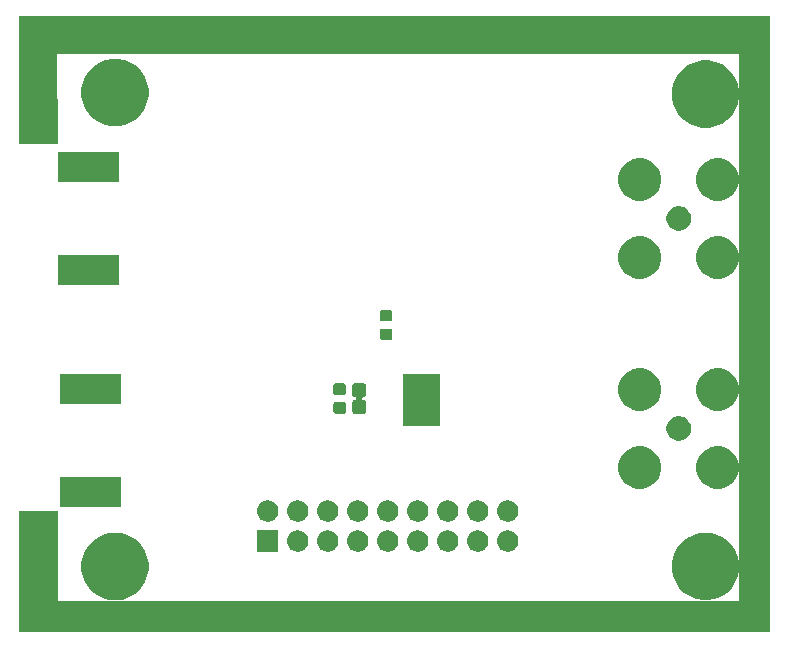
<source format=gbr>
G04 #@! TF.GenerationSoftware,KiCad,Pcbnew,(6.0.0-rc1-dev-1233-g630baa372)*
G04 #@! TF.CreationDate,2018-11-22T01:35:06+01:00*
G04 #@! TF.ProjectId,sdi-devboard,7364692d-6465-4766-926f-6172642e6b69,rev?*
G04 #@! TF.SameCoordinates,Original*
G04 #@! TF.FileFunction,Soldermask,Bot*
G04 #@! TF.FilePolarity,Negative*
%FSLAX46Y46*%
G04 Gerber Fmt 4.6, Leading zero omitted, Abs format (unit mm)*
G04 Created by KiCad (PCBNEW (6.0.0-rc1-dev-1233-g630baa372)) date Thu 22 Nov 2018 01:35:06 AM CET*
%MOMM*%
%LPD*%
G01*
G04 APERTURE LIST*
%ADD10C,0.100000*%
G04 APERTURE END LIST*
D10*
G36*
X155702000Y-91440000D02*
X158750000Y-91440000D01*
X158750000Y-95758000D01*
X155702000Y-95758000D01*
X155702000Y-91440000D01*
G37*
X155702000Y-91440000D02*
X158750000Y-91440000D01*
X158750000Y-95758000D01*
X155702000Y-95758000D01*
X155702000Y-91440000D01*
G36*
X123253500Y-71882000D02*
X126428500Y-71882000D01*
X126365000Y-64262000D01*
X184150000Y-64262000D01*
X184213500Y-110617000D01*
X126428500Y-110617000D01*
X126428500Y-102997000D01*
X123253500Y-102997000D01*
X123253500Y-113157000D01*
X186753500Y-113157000D01*
X186753500Y-61087000D01*
X123253500Y-61087000D01*
X123253500Y-71882000D01*
G37*
X123253500Y-71882000D02*
X126428500Y-71882000D01*
X126365000Y-64262000D01*
X184150000Y-64262000D01*
X184213500Y-110617000D01*
X126428500Y-110617000D01*
X126428500Y-102997000D01*
X123253500Y-102997000D01*
X123253500Y-113157000D01*
X186753500Y-113157000D01*
X186753500Y-61087000D01*
X123253500Y-61087000D01*
X123253500Y-71882000D01*
G36*
X131897286Y-104896814D02*
X132187606Y-104954562D01*
X132706455Y-105169476D01*
X132737970Y-105190534D01*
X133173410Y-105481486D01*
X133570514Y-105878590D01*
X133570516Y-105878593D01*
X133882524Y-106345545D01*
X133915420Y-106424963D01*
X134097438Y-106864395D01*
X134206006Y-107410201D01*
X134207000Y-107415201D01*
X134207000Y-107976799D01*
X134097438Y-108527606D01*
X133882524Y-109046455D01*
X133573857Y-109508407D01*
X133570514Y-109513410D01*
X133173410Y-109910514D01*
X133173407Y-109910516D01*
X132706455Y-110222524D01*
X132187606Y-110437438D01*
X131912202Y-110492219D01*
X131636800Y-110547000D01*
X131075200Y-110547000D01*
X130799798Y-110492219D01*
X130524394Y-110437438D01*
X130005545Y-110222524D01*
X129538593Y-109910516D01*
X129538590Y-109910514D01*
X129141486Y-109513410D01*
X129138143Y-109508407D01*
X128829476Y-109046455D01*
X128614562Y-108527606D01*
X128505000Y-107976799D01*
X128505000Y-107415201D01*
X128505995Y-107410201D01*
X128614562Y-106864395D01*
X128796580Y-106424963D01*
X128829476Y-106345545D01*
X129141484Y-105878593D01*
X129141486Y-105878590D01*
X129538590Y-105481486D01*
X129974030Y-105190534D01*
X130005545Y-105169476D01*
X130524394Y-104954562D01*
X130814714Y-104896814D01*
X131075200Y-104845000D01*
X131636800Y-104845000D01*
X131897286Y-104896814D01*
X131897286Y-104896814D01*
G37*
G36*
X181912202Y-104894781D02*
X182187606Y-104949562D01*
X182706455Y-105164476D01*
X182745453Y-105190534D01*
X183173410Y-105476486D01*
X183570514Y-105873590D01*
X183570516Y-105873593D01*
X183882524Y-106340545D01*
X184097438Y-106859394D01*
X184098433Y-106864395D01*
X184207000Y-107410200D01*
X184207000Y-107971800D01*
X184206005Y-107976800D01*
X184097438Y-108522606D01*
X183882524Y-109041455D01*
X183572620Y-109505259D01*
X183570514Y-109508410D01*
X183173410Y-109905514D01*
X183173407Y-109905516D01*
X182706455Y-110217524D01*
X182187606Y-110432438D01*
X181912202Y-110487219D01*
X181636800Y-110542000D01*
X181075200Y-110542000D01*
X180799798Y-110487219D01*
X180524394Y-110432438D01*
X180005545Y-110217524D01*
X179538593Y-109905516D01*
X179538590Y-109905514D01*
X179141486Y-109508410D01*
X179139380Y-109505259D01*
X178829476Y-109041455D01*
X178614562Y-108522606D01*
X178505995Y-107976800D01*
X178505000Y-107971800D01*
X178505000Y-107410200D01*
X178613567Y-106864395D01*
X178614562Y-106859394D01*
X178829476Y-106340545D01*
X179141484Y-105873593D01*
X179141486Y-105873590D01*
X179538590Y-105476486D01*
X179966547Y-105190534D01*
X180005545Y-105164476D01*
X180524394Y-104949562D01*
X180799798Y-104894781D01*
X181075200Y-104840000D01*
X181636800Y-104840000D01*
X181912202Y-104894781D01*
X181912202Y-104894781D01*
G37*
G36*
X159622442Y-104642518D02*
X159688627Y-104649037D01*
X159801853Y-104683384D01*
X159858467Y-104700557D01*
X159997087Y-104774652D01*
X160014991Y-104784222D01*
X160050729Y-104813552D01*
X160152186Y-104896814D01*
X160235448Y-104998271D01*
X160264778Y-105034009D01*
X160264779Y-105034011D01*
X160348443Y-105190533D01*
X160348443Y-105190534D01*
X160399963Y-105360373D01*
X160417359Y-105537000D01*
X160399963Y-105713627D01*
X160365616Y-105826853D01*
X160348443Y-105883467D01*
X160274348Y-106022087D01*
X160264778Y-106039991D01*
X160235448Y-106075729D01*
X160152186Y-106177186D01*
X160050729Y-106260448D01*
X160014991Y-106289778D01*
X160014989Y-106289779D01*
X159858467Y-106373443D01*
X159801853Y-106390616D01*
X159688627Y-106424963D01*
X159622443Y-106431481D01*
X159556260Y-106438000D01*
X159467740Y-106438000D01*
X159401557Y-106431481D01*
X159335373Y-106424963D01*
X159222147Y-106390616D01*
X159165533Y-106373443D01*
X159009011Y-106289779D01*
X159009009Y-106289778D01*
X158973271Y-106260448D01*
X158871814Y-106177186D01*
X158788552Y-106075729D01*
X158759222Y-106039991D01*
X158749652Y-106022087D01*
X158675557Y-105883467D01*
X158658384Y-105826853D01*
X158624037Y-105713627D01*
X158606641Y-105537000D01*
X158624037Y-105360373D01*
X158675557Y-105190534D01*
X158675557Y-105190533D01*
X158759221Y-105034011D01*
X158759222Y-105034009D01*
X158788552Y-104998271D01*
X158871814Y-104896814D01*
X158973271Y-104813552D01*
X159009009Y-104784222D01*
X159026913Y-104774652D01*
X159165533Y-104700557D01*
X159222147Y-104683384D01*
X159335373Y-104649037D01*
X159401557Y-104642519D01*
X159467740Y-104636000D01*
X159556260Y-104636000D01*
X159622442Y-104642518D01*
X159622442Y-104642518D01*
G37*
G36*
X162162442Y-104642518D02*
X162228627Y-104649037D01*
X162341853Y-104683384D01*
X162398467Y-104700557D01*
X162537087Y-104774652D01*
X162554991Y-104784222D01*
X162590729Y-104813552D01*
X162692186Y-104896814D01*
X162775448Y-104998271D01*
X162804778Y-105034009D01*
X162804779Y-105034011D01*
X162888443Y-105190533D01*
X162888443Y-105190534D01*
X162939963Y-105360373D01*
X162957359Y-105537000D01*
X162939963Y-105713627D01*
X162905616Y-105826853D01*
X162888443Y-105883467D01*
X162814348Y-106022087D01*
X162804778Y-106039991D01*
X162775448Y-106075729D01*
X162692186Y-106177186D01*
X162590729Y-106260448D01*
X162554991Y-106289778D01*
X162554989Y-106289779D01*
X162398467Y-106373443D01*
X162341853Y-106390616D01*
X162228627Y-106424963D01*
X162162443Y-106431481D01*
X162096260Y-106438000D01*
X162007740Y-106438000D01*
X161941557Y-106431481D01*
X161875373Y-106424963D01*
X161762147Y-106390616D01*
X161705533Y-106373443D01*
X161549011Y-106289779D01*
X161549009Y-106289778D01*
X161513271Y-106260448D01*
X161411814Y-106177186D01*
X161328552Y-106075729D01*
X161299222Y-106039991D01*
X161289652Y-106022087D01*
X161215557Y-105883467D01*
X161198384Y-105826853D01*
X161164037Y-105713627D01*
X161146641Y-105537000D01*
X161164037Y-105360373D01*
X161215557Y-105190534D01*
X161215557Y-105190533D01*
X161299221Y-105034011D01*
X161299222Y-105034009D01*
X161328552Y-104998271D01*
X161411814Y-104896814D01*
X161513271Y-104813552D01*
X161549009Y-104784222D01*
X161566913Y-104774652D01*
X161705533Y-104700557D01*
X161762147Y-104683384D01*
X161875373Y-104649037D01*
X161941557Y-104642519D01*
X162007740Y-104636000D01*
X162096260Y-104636000D01*
X162162442Y-104642518D01*
X162162442Y-104642518D01*
G37*
G36*
X164702442Y-104642518D02*
X164768627Y-104649037D01*
X164881853Y-104683384D01*
X164938467Y-104700557D01*
X165077087Y-104774652D01*
X165094991Y-104784222D01*
X165130729Y-104813552D01*
X165232186Y-104896814D01*
X165315448Y-104998271D01*
X165344778Y-105034009D01*
X165344779Y-105034011D01*
X165428443Y-105190533D01*
X165428443Y-105190534D01*
X165479963Y-105360373D01*
X165497359Y-105537000D01*
X165479963Y-105713627D01*
X165445616Y-105826853D01*
X165428443Y-105883467D01*
X165354348Y-106022087D01*
X165344778Y-106039991D01*
X165315448Y-106075729D01*
X165232186Y-106177186D01*
X165130729Y-106260448D01*
X165094991Y-106289778D01*
X165094989Y-106289779D01*
X164938467Y-106373443D01*
X164881853Y-106390616D01*
X164768627Y-106424963D01*
X164702443Y-106431481D01*
X164636260Y-106438000D01*
X164547740Y-106438000D01*
X164481557Y-106431481D01*
X164415373Y-106424963D01*
X164302147Y-106390616D01*
X164245533Y-106373443D01*
X164089011Y-106289779D01*
X164089009Y-106289778D01*
X164053271Y-106260448D01*
X163951814Y-106177186D01*
X163868552Y-106075729D01*
X163839222Y-106039991D01*
X163829652Y-106022087D01*
X163755557Y-105883467D01*
X163738384Y-105826853D01*
X163704037Y-105713627D01*
X163686641Y-105537000D01*
X163704037Y-105360373D01*
X163755557Y-105190534D01*
X163755557Y-105190533D01*
X163839221Y-105034011D01*
X163839222Y-105034009D01*
X163868552Y-104998271D01*
X163951814Y-104896814D01*
X164053271Y-104813552D01*
X164089009Y-104784222D01*
X164106913Y-104774652D01*
X164245533Y-104700557D01*
X164302147Y-104683384D01*
X164415373Y-104649037D01*
X164481557Y-104642519D01*
X164547740Y-104636000D01*
X164636260Y-104636000D01*
X164702442Y-104642518D01*
X164702442Y-104642518D01*
G37*
G36*
X154542442Y-104642518D02*
X154608627Y-104649037D01*
X154721853Y-104683384D01*
X154778467Y-104700557D01*
X154917087Y-104774652D01*
X154934991Y-104784222D01*
X154970729Y-104813552D01*
X155072186Y-104896814D01*
X155155448Y-104998271D01*
X155184778Y-105034009D01*
X155184779Y-105034011D01*
X155268443Y-105190533D01*
X155268443Y-105190534D01*
X155319963Y-105360373D01*
X155337359Y-105537000D01*
X155319963Y-105713627D01*
X155285616Y-105826853D01*
X155268443Y-105883467D01*
X155194348Y-106022087D01*
X155184778Y-106039991D01*
X155155448Y-106075729D01*
X155072186Y-106177186D01*
X154970729Y-106260448D01*
X154934991Y-106289778D01*
X154934989Y-106289779D01*
X154778467Y-106373443D01*
X154721853Y-106390616D01*
X154608627Y-106424963D01*
X154542443Y-106431481D01*
X154476260Y-106438000D01*
X154387740Y-106438000D01*
X154321557Y-106431481D01*
X154255373Y-106424963D01*
X154142147Y-106390616D01*
X154085533Y-106373443D01*
X153929011Y-106289779D01*
X153929009Y-106289778D01*
X153893271Y-106260448D01*
X153791814Y-106177186D01*
X153708552Y-106075729D01*
X153679222Y-106039991D01*
X153669652Y-106022087D01*
X153595557Y-105883467D01*
X153578384Y-105826853D01*
X153544037Y-105713627D01*
X153526641Y-105537000D01*
X153544037Y-105360373D01*
X153595557Y-105190534D01*
X153595557Y-105190533D01*
X153679221Y-105034011D01*
X153679222Y-105034009D01*
X153708552Y-104998271D01*
X153791814Y-104896814D01*
X153893271Y-104813552D01*
X153929009Y-104784222D01*
X153946913Y-104774652D01*
X154085533Y-104700557D01*
X154142147Y-104683384D01*
X154255373Y-104649037D01*
X154321557Y-104642519D01*
X154387740Y-104636000D01*
X154476260Y-104636000D01*
X154542442Y-104642518D01*
X154542442Y-104642518D01*
G37*
G36*
X152002442Y-104642518D02*
X152068627Y-104649037D01*
X152181853Y-104683384D01*
X152238467Y-104700557D01*
X152377087Y-104774652D01*
X152394991Y-104784222D01*
X152430729Y-104813552D01*
X152532186Y-104896814D01*
X152615448Y-104998271D01*
X152644778Y-105034009D01*
X152644779Y-105034011D01*
X152728443Y-105190533D01*
X152728443Y-105190534D01*
X152779963Y-105360373D01*
X152797359Y-105537000D01*
X152779963Y-105713627D01*
X152745616Y-105826853D01*
X152728443Y-105883467D01*
X152654348Y-106022087D01*
X152644778Y-106039991D01*
X152615448Y-106075729D01*
X152532186Y-106177186D01*
X152430729Y-106260448D01*
X152394991Y-106289778D01*
X152394989Y-106289779D01*
X152238467Y-106373443D01*
X152181853Y-106390616D01*
X152068627Y-106424963D01*
X152002443Y-106431481D01*
X151936260Y-106438000D01*
X151847740Y-106438000D01*
X151781557Y-106431481D01*
X151715373Y-106424963D01*
X151602147Y-106390616D01*
X151545533Y-106373443D01*
X151389011Y-106289779D01*
X151389009Y-106289778D01*
X151353271Y-106260448D01*
X151251814Y-106177186D01*
X151168552Y-106075729D01*
X151139222Y-106039991D01*
X151129652Y-106022087D01*
X151055557Y-105883467D01*
X151038384Y-105826853D01*
X151004037Y-105713627D01*
X150986641Y-105537000D01*
X151004037Y-105360373D01*
X151055557Y-105190534D01*
X151055557Y-105190533D01*
X151139221Y-105034011D01*
X151139222Y-105034009D01*
X151168552Y-104998271D01*
X151251814Y-104896814D01*
X151353271Y-104813552D01*
X151389009Y-104784222D01*
X151406913Y-104774652D01*
X151545533Y-104700557D01*
X151602147Y-104683384D01*
X151715373Y-104649037D01*
X151781557Y-104642519D01*
X151847740Y-104636000D01*
X151936260Y-104636000D01*
X152002442Y-104642518D01*
X152002442Y-104642518D01*
G37*
G36*
X149462442Y-104642518D02*
X149528627Y-104649037D01*
X149641853Y-104683384D01*
X149698467Y-104700557D01*
X149837087Y-104774652D01*
X149854991Y-104784222D01*
X149890729Y-104813552D01*
X149992186Y-104896814D01*
X150075448Y-104998271D01*
X150104778Y-105034009D01*
X150104779Y-105034011D01*
X150188443Y-105190533D01*
X150188443Y-105190534D01*
X150239963Y-105360373D01*
X150257359Y-105537000D01*
X150239963Y-105713627D01*
X150205616Y-105826853D01*
X150188443Y-105883467D01*
X150114348Y-106022087D01*
X150104778Y-106039991D01*
X150075448Y-106075729D01*
X149992186Y-106177186D01*
X149890729Y-106260448D01*
X149854991Y-106289778D01*
X149854989Y-106289779D01*
X149698467Y-106373443D01*
X149641853Y-106390616D01*
X149528627Y-106424963D01*
X149462443Y-106431481D01*
X149396260Y-106438000D01*
X149307740Y-106438000D01*
X149241557Y-106431481D01*
X149175373Y-106424963D01*
X149062147Y-106390616D01*
X149005533Y-106373443D01*
X148849011Y-106289779D01*
X148849009Y-106289778D01*
X148813271Y-106260448D01*
X148711814Y-106177186D01*
X148628552Y-106075729D01*
X148599222Y-106039991D01*
X148589652Y-106022087D01*
X148515557Y-105883467D01*
X148498384Y-105826853D01*
X148464037Y-105713627D01*
X148446641Y-105537000D01*
X148464037Y-105360373D01*
X148515557Y-105190534D01*
X148515557Y-105190533D01*
X148599221Y-105034011D01*
X148599222Y-105034009D01*
X148628552Y-104998271D01*
X148711814Y-104896814D01*
X148813271Y-104813552D01*
X148849009Y-104784222D01*
X148866913Y-104774652D01*
X149005533Y-104700557D01*
X149062147Y-104683384D01*
X149175373Y-104649037D01*
X149241557Y-104642519D01*
X149307740Y-104636000D01*
X149396260Y-104636000D01*
X149462442Y-104642518D01*
X149462442Y-104642518D01*
G37*
G36*
X146922442Y-104642518D02*
X146988627Y-104649037D01*
X147101853Y-104683384D01*
X147158467Y-104700557D01*
X147297087Y-104774652D01*
X147314991Y-104784222D01*
X147350729Y-104813552D01*
X147452186Y-104896814D01*
X147535448Y-104998271D01*
X147564778Y-105034009D01*
X147564779Y-105034011D01*
X147648443Y-105190533D01*
X147648443Y-105190534D01*
X147699963Y-105360373D01*
X147717359Y-105537000D01*
X147699963Y-105713627D01*
X147665616Y-105826853D01*
X147648443Y-105883467D01*
X147574348Y-106022087D01*
X147564778Y-106039991D01*
X147535448Y-106075729D01*
X147452186Y-106177186D01*
X147350729Y-106260448D01*
X147314991Y-106289778D01*
X147314989Y-106289779D01*
X147158467Y-106373443D01*
X147101853Y-106390616D01*
X146988627Y-106424963D01*
X146922443Y-106431481D01*
X146856260Y-106438000D01*
X146767740Y-106438000D01*
X146701557Y-106431481D01*
X146635373Y-106424963D01*
X146522147Y-106390616D01*
X146465533Y-106373443D01*
X146309011Y-106289779D01*
X146309009Y-106289778D01*
X146273271Y-106260448D01*
X146171814Y-106177186D01*
X146088552Y-106075729D01*
X146059222Y-106039991D01*
X146049652Y-106022087D01*
X145975557Y-105883467D01*
X145958384Y-105826853D01*
X145924037Y-105713627D01*
X145906641Y-105537000D01*
X145924037Y-105360373D01*
X145975557Y-105190534D01*
X145975557Y-105190533D01*
X146059221Y-105034011D01*
X146059222Y-105034009D01*
X146088552Y-104998271D01*
X146171814Y-104896814D01*
X146273271Y-104813552D01*
X146309009Y-104784222D01*
X146326913Y-104774652D01*
X146465533Y-104700557D01*
X146522147Y-104683384D01*
X146635373Y-104649037D01*
X146701557Y-104642519D01*
X146767740Y-104636000D01*
X146856260Y-104636000D01*
X146922442Y-104642518D01*
X146922442Y-104642518D01*
G37*
G36*
X145173000Y-106438000D02*
X143371000Y-106438000D01*
X143371000Y-104636000D01*
X145173000Y-104636000D01*
X145173000Y-106438000D01*
X145173000Y-106438000D01*
G37*
G36*
X157082442Y-104642518D02*
X157148627Y-104649037D01*
X157261853Y-104683384D01*
X157318467Y-104700557D01*
X157457087Y-104774652D01*
X157474991Y-104784222D01*
X157510729Y-104813552D01*
X157612186Y-104896814D01*
X157695448Y-104998271D01*
X157724778Y-105034009D01*
X157724779Y-105034011D01*
X157808443Y-105190533D01*
X157808443Y-105190534D01*
X157859963Y-105360373D01*
X157877359Y-105537000D01*
X157859963Y-105713627D01*
X157825616Y-105826853D01*
X157808443Y-105883467D01*
X157734348Y-106022087D01*
X157724778Y-106039991D01*
X157695448Y-106075729D01*
X157612186Y-106177186D01*
X157510729Y-106260448D01*
X157474991Y-106289778D01*
X157474989Y-106289779D01*
X157318467Y-106373443D01*
X157261853Y-106390616D01*
X157148627Y-106424963D01*
X157082443Y-106431481D01*
X157016260Y-106438000D01*
X156927740Y-106438000D01*
X156861557Y-106431481D01*
X156795373Y-106424963D01*
X156682147Y-106390616D01*
X156625533Y-106373443D01*
X156469011Y-106289779D01*
X156469009Y-106289778D01*
X156433271Y-106260448D01*
X156331814Y-106177186D01*
X156248552Y-106075729D01*
X156219222Y-106039991D01*
X156209652Y-106022087D01*
X156135557Y-105883467D01*
X156118384Y-105826853D01*
X156084037Y-105713627D01*
X156066641Y-105537000D01*
X156084037Y-105360373D01*
X156135557Y-105190534D01*
X156135557Y-105190533D01*
X156219221Y-105034011D01*
X156219222Y-105034009D01*
X156248552Y-104998271D01*
X156331814Y-104896814D01*
X156433271Y-104813552D01*
X156469009Y-104784222D01*
X156486913Y-104774652D01*
X156625533Y-104700557D01*
X156682147Y-104683384D01*
X156795373Y-104649037D01*
X156861557Y-104642519D01*
X156927740Y-104636000D01*
X157016260Y-104636000D01*
X157082442Y-104642518D01*
X157082442Y-104642518D01*
G37*
G36*
X159622443Y-102102519D02*
X159688627Y-102109037D01*
X159801853Y-102143384D01*
X159858467Y-102160557D01*
X159997087Y-102234652D01*
X160014991Y-102244222D01*
X160050729Y-102273552D01*
X160152186Y-102356814D01*
X160235448Y-102458271D01*
X160264778Y-102494009D01*
X160264779Y-102494011D01*
X160348443Y-102650533D01*
X160348443Y-102650534D01*
X160399963Y-102820373D01*
X160417359Y-102997000D01*
X160399963Y-103173627D01*
X160365616Y-103286853D01*
X160348443Y-103343467D01*
X160274348Y-103482087D01*
X160264778Y-103499991D01*
X160235448Y-103535729D01*
X160152186Y-103637186D01*
X160050729Y-103720448D01*
X160014991Y-103749778D01*
X160014989Y-103749779D01*
X159858467Y-103833443D01*
X159801853Y-103850616D01*
X159688627Y-103884963D01*
X159622442Y-103891482D01*
X159556260Y-103898000D01*
X159467740Y-103898000D01*
X159401557Y-103891481D01*
X159335373Y-103884963D01*
X159222147Y-103850616D01*
X159165533Y-103833443D01*
X159009011Y-103749779D01*
X159009009Y-103749778D01*
X158973271Y-103720448D01*
X158871814Y-103637186D01*
X158788552Y-103535729D01*
X158759222Y-103499991D01*
X158749652Y-103482087D01*
X158675557Y-103343467D01*
X158658384Y-103286853D01*
X158624037Y-103173627D01*
X158606641Y-102997000D01*
X158624037Y-102820373D01*
X158675557Y-102650534D01*
X158675557Y-102650533D01*
X158759221Y-102494011D01*
X158759222Y-102494009D01*
X158788552Y-102458271D01*
X158871814Y-102356814D01*
X158973271Y-102273552D01*
X159009009Y-102244222D01*
X159026913Y-102234652D01*
X159165533Y-102160557D01*
X159222147Y-102143384D01*
X159335373Y-102109037D01*
X159401558Y-102102518D01*
X159467740Y-102096000D01*
X159556260Y-102096000D01*
X159622443Y-102102519D01*
X159622443Y-102102519D01*
G37*
G36*
X157082443Y-102102519D02*
X157148627Y-102109037D01*
X157261853Y-102143384D01*
X157318467Y-102160557D01*
X157457087Y-102234652D01*
X157474991Y-102244222D01*
X157510729Y-102273552D01*
X157612186Y-102356814D01*
X157695448Y-102458271D01*
X157724778Y-102494009D01*
X157724779Y-102494011D01*
X157808443Y-102650533D01*
X157808443Y-102650534D01*
X157859963Y-102820373D01*
X157877359Y-102997000D01*
X157859963Y-103173627D01*
X157825616Y-103286853D01*
X157808443Y-103343467D01*
X157734348Y-103482087D01*
X157724778Y-103499991D01*
X157695448Y-103535729D01*
X157612186Y-103637186D01*
X157510729Y-103720448D01*
X157474991Y-103749778D01*
X157474989Y-103749779D01*
X157318467Y-103833443D01*
X157261853Y-103850616D01*
X157148627Y-103884963D01*
X157082442Y-103891482D01*
X157016260Y-103898000D01*
X156927740Y-103898000D01*
X156861557Y-103891481D01*
X156795373Y-103884963D01*
X156682147Y-103850616D01*
X156625533Y-103833443D01*
X156469011Y-103749779D01*
X156469009Y-103749778D01*
X156433271Y-103720448D01*
X156331814Y-103637186D01*
X156248552Y-103535729D01*
X156219222Y-103499991D01*
X156209652Y-103482087D01*
X156135557Y-103343467D01*
X156118384Y-103286853D01*
X156084037Y-103173627D01*
X156066641Y-102997000D01*
X156084037Y-102820373D01*
X156135557Y-102650534D01*
X156135557Y-102650533D01*
X156219221Y-102494011D01*
X156219222Y-102494009D01*
X156248552Y-102458271D01*
X156331814Y-102356814D01*
X156433271Y-102273552D01*
X156469009Y-102244222D01*
X156486913Y-102234652D01*
X156625533Y-102160557D01*
X156682147Y-102143384D01*
X156795373Y-102109037D01*
X156861558Y-102102518D01*
X156927740Y-102096000D01*
X157016260Y-102096000D01*
X157082443Y-102102519D01*
X157082443Y-102102519D01*
G37*
G36*
X154542443Y-102102519D02*
X154608627Y-102109037D01*
X154721853Y-102143384D01*
X154778467Y-102160557D01*
X154917087Y-102234652D01*
X154934991Y-102244222D01*
X154970729Y-102273552D01*
X155072186Y-102356814D01*
X155155448Y-102458271D01*
X155184778Y-102494009D01*
X155184779Y-102494011D01*
X155268443Y-102650533D01*
X155268443Y-102650534D01*
X155319963Y-102820373D01*
X155337359Y-102997000D01*
X155319963Y-103173627D01*
X155285616Y-103286853D01*
X155268443Y-103343467D01*
X155194348Y-103482087D01*
X155184778Y-103499991D01*
X155155448Y-103535729D01*
X155072186Y-103637186D01*
X154970729Y-103720448D01*
X154934991Y-103749778D01*
X154934989Y-103749779D01*
X154778467Y-103833443D01*
X154721853Y-103850616D01*
X154608627Y-103884963D01*
X154542442Y-103891482D01*
X154476260Y-103898000D01*
X154387740Y-103898000D01*
X154321557Y-103891481D01*
X154255373Y-103884963D01*
X154142147Y-103850616D01*
X154085533Y-103833443D01*
X153929011Y-103749779D01*
X153929009Y-103749778D01*
X153893271Y-103720448D01*
X153791814Y-103637186D01*
X153708552Y-103535729D01*
X153679222Y-103499991D01*
X153669652Y-103482087D01*
X153595557Y-103343467D01*
X153578384Y-103286853D01*
X153544037Y-103173627D01*
X153526641Y-102997000D01*
X153544037Y-102820373D01*
X153595557Y-102650534D01*
X153595557Y-102650533D01*
X153679221Y-102494011D01*
X153679222Y-102494009D01*
X153708552Y-102458271D01*
X153791814Y-102356814D01*
X153893271Y-102273552D01*
X153929009Y-102244222D01*
X153946913Y-102234652D01*
X154085533Y-102160557D01*
X154142147Y-102143384D01*
X154255373Y-102109037D01*
X154321558Y-102102518D01*
X154387740Y-102096000D01*
X154476260Y-102096000D01*
X154542443Y-102102519D01*
X154542443Y-102102519D01*
G37*
G36*
X149462443Y-102102519D02*
X149528627Y-102109037D01*
X149641853Y-102143384D01*
X149698467Y-102160557D01*
X149837087Y-102234652D01*
X149854991Y-102244222D01*
X149890729Y-102273552D01*
X149992186Y-102356814D01*
X150075448Y-102458271D01*
X150104778Y-102494009D01*
X150104779Y-102494011D01*
X150188443Y-102650533D01*
X150188443Y-102650534D01*
X150239963Y-102820373D01*
X150257359Y-102997000D01*
X150239963Y-103173627D01*
X150205616Y-103286853D01*
X150188443Y-103343467D01*
X150114348Y-103482087D01*
X150104778Y-103499991D01*
X150075448Y-103535729D01*
X149992186Y-103637186D01*
X149890729Y-103720448D01*
X149854991Y-103749778D01*
X149854989Y-103749779D01*
X149698467Y-103833443D01*
X149641853Y-103850616D01*
X149528627Y-103884963D01*
X149462442Y-103891482D01*
X149396260Y-103898000D01*
X149307740Y-103898000D01*
X149241557Y-103891481D01*
X149175373Y-103884963D01*
X149062147Y-103850616D01*
X149005533Y-103833443D01*
X148849011Y-103749779D01*
X148849009Y-103749778D01*
X148813271Y-103720448D01*
X148711814Y-103637186D01*
X148628552Y-103535729D01*
X148599222Y-103499991D01*
X148589652Y-103482087D01*
X148515557Y-103343467D01*
X148498384Y-103286853D01*
X148464037Y-103173627D01*
X148446641Y-102997000D01*
X148464037Y-102820373D01*
X148515557Y-102650534D01*
X148515557Y-102650533D01*
X148599221Y-102494011D01*
X148599222Y-102494009D01*
X148628552Y-102458271D01*
X148711814Y-102356814D01*
X148813271Y-102273552D01*
X148849009Y-102244222D01*
X148866913Y-102234652D01*
X149005533Y-102160557D01*
X149062147Y-102143384D01*
X149175373Y-102109037D01*
X149241558Y-102102518D01*
X149307740Y-102096000D01*
X149396260Y-102096000D01*
X149462443Y-102102519D01*
X149462443Y-102102519D01*
G37*
G36*
X164702443Y-102102519D02*
X164768627Y-102109037D01*
X164881853Y-102143384D01*
X164938467Y-102160557D01*
X165077087Y-102234652D01*
X165094991Y-102244222D01*
X165130729Y-102273552D01*
X165232186Y-102356814D01*
X165315448Y-102458271D01*
X165344778Y-102494009D01*
X165344779Y-102494011D01*
X165428443Y-102650533D01*
X165428443Y-102650534D01*
X165479963Y-102820373D01*
X165497359Y-102997000D01*
X165479963Y-103173627D01*
X165445616Y-103286853D01*
X165428443Y-103343467D01*
X165354348Y-103482087D01*
X165344778Y-103499991D01*
X165315448Y-103535729D01*
X165232186Y-103637186D01*
X165130729Y-103720448D01*
X165094991Y-103749778D01*
X165094989Y-103749779D01*
X164938467Y-103833443D01*
X164881853Y-103850616D01*
X164768627Y-103884963D01*
X164702442Y-103891482D01*
X164636260Y-103898000D01*
X164547740Y-103898000D01*
X164481557Y-103891481D01*
X164415373Y-103884963D01*
X164302147Y-103850616D01*
X164245533Y-103833443D01*
X164089011Y-103749779D01*
X164089009Y-103749778D01*
X164053271Y-103720448D01*
X163951814Y-103637186D01*
X163868552Y-103535729D01*
X163839222Y-103499991D01*
X163829652Y-103482087D01*
X163755557Y-103343467D01*
X163738384Y-103286853D01*
X163704037Y-103173627D01*
X163686641Y-102997000D01*
X163704037Y-102820373D01*
X163755557Y-102650534D01*
X163755557Y-102650533D01*
X163839221Y-102494011D01*
X163839222Y-102494009D01*
X163868552Y-102458271D01*
X163951814Y-102356814D01*
X164053271Y-102273552D01*
X164089009Y-102244222D01*
X164106913Y-102234652D01*
X164245533Y-102160557D01*
X164302147Y-102143384D01*
X164415373Y-102109037D01*
X164481558Y-102102518D01*
X164547740Y-102096000D01*
X164636260Y-102096000D01*
X164702443Y-102102519D01*
X164702443Y-102102519D01*
G37*
G36*
X146922443Y-102102519D02*
X146988627Y-102109037D01*
X147101853Y-102143384D01*
X147158467Y-102160557D01*
X147297087Y-102234652D01*
X147314991Y-102244222D01*
X147350729Y-102273552D01*
X147452186Y-102356814D01*
X147535448Y-102458271D01*
X147564778Y-102494009D01*
X147564779Y-102494011D01*
X147648443Y-102650533D01*
X147648443Y-102650534D01*
X147699963Y-102820373D01*
X147717359Y-102997000D01*
X147699963Y-103173627D01*
X147665616Y-103286853D01*
X147648443Y-103343467D01*
X147574348Y-103482087D01*
X147564778Y-103499991D01*
X147535448Y-103535729D01*
X147452186Y-103637186D01*
X147350729Y-103720448D01*
X147314991Y-103749778D01*
X147314989Y-103749779D01*
X147158467Y-103833443D01*
X147101853Y-103850616D01*
X146988627Y-103884963D01*
X146922442Y-103891482D01*
X146856260Y-103898000D01*
X146767740Y-103898000D01*
X146701557Y-103891481D01*
X146635373Y-103884963D01*
X146522147Y-103850616D01*
X146465533Y-103833443D01*
X146309011Y-103749779D01*
X146309009Y-103749778D01*
X146273271Y-103720448D01*
X146171814Y-103637186D01*
X146088552Y-103535729D01*
X146059222Y-103499991D01*
X146049652Y-103482087D01*
X145975557Y-103343467D01*
X145958384Y-103286853D01*
X145924037Y-103173627D01*
X145906641Y-102997000D01*
X145924037Y-102820373D01*
X145975557Y-102650534D01*
X145975557Y-102650533D01*
X146059221Y-102494011D01*
X146059222Y-102494009D01*
X146088552Y-102458271D01*
X146171814Y-102356814D01*
X146273271Y-102273552D01*
X146309009Y-102244222D01*
X146326913Y-102234652D01*
X146465533Y-102160557D01*
X146522147Y-102143384D01*
X146635373Y-102109037D01*
X146701558Y-102102518D01*
X146767740Y-102096000D01*
X146856260Y-102096000D01*
X146922443Y-102102519D01*
X146922443Y-102102519D01*
G37*
G36*
X162162443Y-102102519D02*
X162228627Y-102109037D01*
X162341853Y-102143384D01*
X162398467Y-102160557D01*
X162537087Y-102234652D01*
X162554991Y-102244222D01*
X162590729Y-102273552D01*
X162692186Y-102356814D01*
X162775448Y-102458271D01*
X162804778Y-102494009D01*
X162804779Y-102494011D01*
X162888443Y-102650533D01*
X162888443Y-102650534D01*
X162939963Y-102820373D01*
X162957359Y-102997000D01*
X162939963Y-103173627D01*
X162905616Y-103286853D01*
X162888443Y-103343467D01*
X162814348Y-103482087D01*
X162804778Y-103499991D01*
X162775448Y-103535729D01*
X162692186Y-103637186D01*
X162590729Y-103720448D01*
X162554991Y-103749778D01*
X162554989Y-103749779D01*
X162398467Y-103833443D01*
X162341853Y-103850616D01*
X162228627Y-103884963D01*
X162162442Y-103891482D01*
X162096260Y-103898000D01*
X162007740Y-103898000D01*
X161941557Y-103891481D01*
X161875373Y-103884963D01*
X161762147Y-103850616D01*
X161705533Y-103833443D01*
X161549011Y-103749779D01*
X161549009Y-103749778D01*
X161513271Y-103720448D01*
X161411814Y-103637186D01*
X161328552Y-103535729D01*
X161299222Y-103499991D01*
X161289652Y-103482087D01*
X161215557Y-103343467D01*
X161198384Y-103286853D01*
X161164037Y-103173627D01*
X161146641Y-102997000D01*
X161164037Y-102820373D01*
X161215557Y-102650534D01*
X161215557Y-102650533D01*
X161299221Y-102494011D01*
X161299222Y-102494009D01*
X161328552Y-102458271D01*
X161411814Y-102356814D01*
X161513271Y-102273552D01*
X161549009Y-102244222D01*
X161566913Y-102234652D01*
X161705533Y-102160557D01*
X161762147Y-102143384D01*
X161875373Y-102109037D01*
X161941558Y-102102518D01*
X162007740Y-102096000D01*
X162096260Y-102096000D01*
X162162443Y-102102519D01*
X162162443Y-102102519D01*
G37*
G36*
X152002443Y-102102519D02*
X152068627Y-102109037D01*
X152181853Y-102143384D01*
X152238467Y-102160557D01*
X152377087Y-102234652D01*
X152394991Y-102244222D01*
X152430729Y-102273552D01*
X152532186Y-102356814D01*
X152615448Y-102458271D01*
X152644778Y-102494009D01*
X152644779Y-102494011D01*
X152728443Y-102650533D01*
X152728443Y-102650534D01*
X152779963Y-102820373D01*
X152797359Y-102997000D01*
X152779963Y-103173627D01*
X152745616Y-103286853D01*
X152728443Y-103343467D01*
X152654348Y-103482087D01*
X152644778Y-103499991D01*
X152615448Y-103535729D01*
X152532186Y-103637186D01*
X152430729Y-103720448D01*
X152394991Y-103749778D01*
X152394989Y-103749779D01*
X152238467Y-103833443D01*
X152181853Y-103850616D01*
X152068627Y-103884963D01*
X152002442Y-103891482D01*
X151936260Y-103898000D01*
X151847740Y-103898000D01*
X151781557Y-103891481D01*
X151715373Y-103884963D01*
X151602147Y-103850616D01*
X151545533Y-103833443D01*
X151389011Y-103749779D01*
X151389009Y-103749778D01*
X151353271Y-103720448D01*
X151251814Y-103637186D01*
X151168552Y-103535729D01*
X151139222Y-103499991D01*
X151129652Y-103482087D01*
X151055557Y-103343467D01*
X151038384Y-103286853D01*
X151004037Y-103173627D01*
X150986641Y-102997000D01*
X151004037Y-102820373D01*
X151055557Y-102650534D01*
X151055557Y-102650533D01*
X151139221Y-102494011D01*
X151139222Y-102494009D01*
X151168552Y-102458271D01*
X151251814Y-102356814D01*
X151353271Y-102273552D01*
X151389009Y-102244222D01*
X151406913Y-102234652D01*
X151545533Y-102160557D01*
X151602147Y-102143384D01*
X151715373Y-102109037D01*
X151781558Y-102102518D01*
X151847740Y-102096000D01*
X151936260Y-102096000D01*
X152002443Y-102102519D01*
X152002443Y-102102519D01*
G37*
G36*
X144382443Y-102102519D02*
X144448627Y-102109037D01*
X144561853Y-102143384D01*
X144618467Y-102160557D01*
X144757087Y-102234652D01*
X144774991Y-102244222D01*
X144810729Y-102273552D01*
X144912186Y-102356814D01*
X144995448Y-102458271D01*
X145024778Y-102494009D01*
X145024779Y-102494011D01*
X145108443Y-102650533D01*
X145108443Y-102650534D01*
X145159963Y-102820373D01*
X145177359Y-102997000D01*
X145159963Y-103173627D01*
X145125616Y-103286853D01*
X145108443Y-103343467D01*
X145034348Y-103482087D01*
X145024778Y-103499991D01*
X144995448Y-103535729D01*
X144912186Y-103637186D01*
X144810729Y-103720448D01*
X144774991Y-103749778D01*
X144774989Y-103749779D01*
X144618467Y-103833443D01*
X144561853Y-103850616D01*
X144448627Y-103884963D01*
X144382442Y-103891482D01*
X144316260Y-103898000D01*
X144227740Y-103898000D01*
X144161557Y-103891481D01*
X144095373Y-103884963D01*
X143982147Y-103850616D01*
X143925533Y-103833443D01*
X143769011Y-103749779D01*
X143769009Y-103749778D01*
X143733271Y-103720448D01*
X143631814Y-103637186D01*
X143548552Y-103535729D01*
X143519222Y-103499991D01*
X143509652Y-103482087D01*
X143435557Y-103343467D01*
X143418384Y-103286853D01*
X143384037Y-103173627D01*
X143366641Y-102997000D01*
X143384037Y-102820373D01*
X143435557Y-102650534D01*
X143435557Y-102650533D01*
X143519221Y-102494011D01*
X143519222Y-102494009D01*
X143548552Y-102458271D01*
X143631814Y-102356814D01*
X143733271Y-102273552D01*
X143769009Y-102244222D01*
X143786913Y-102234652D01*
X143925533Y-102160557D01*
X143982147Y-102143384D01*
X144095373Y-102109037D01*
X144161558Y-102102518D01*
X144227740Y-102096000D01*
X144316260Y-102096000D01*
X144382443Y-102102519D01*
X144382443Y-102102519D01*
G37*
G36*
X131877000Y-102669000D02*
X126695000Y-102669000D01*
X126695000Y-100147000D01*
X131877000Y-100147000D01*
X131877000Y-102669000D01*
X131877000Y-102669000D01*
G37*
G36*
X176295331Y-97580211D02*
X176623092Y-97715974D01*
X176918073Y-97913074D01*
X177168926Y-98163927D01*
X177366026Y-98458908D01*
X177501789Y-98786669D01*
X177571000Y-99134616D01*
X177571000Y-99489384D01*
X177501789Y-99837331D01*
X177366026Y-100165092D01*
X177168926Y-100460073D01*
X176918073Y-100710926D01*
X176623092Y-100908026D01*
X176295331Y-101043789D01*
X175947384Y-101113000D01*
X175592616Y-101113000D01*
X175244669Y-101043789D01*
X174916908Y-100908026D01*
X174621927Y-100710926D01*
X174371074Y-100460073D01*
X174173974Y-100165092D01*
X174038211Y-99837331D01*
X173969000Y-99489384D01*
X173969000Y-99134616D01*
X174038211Y-98786669D01*
X174173974Y-98458908D01*
X174371074Y-98163927D01*
X174621927Y-97913074D01*
X174916908Y-97715974D01*
X175244669Y-97580211D01*
X175592616Y-97511000D01*
X175947384Y-97511000D01*
X176295331Y-97580211D01*
X176295331Y-97580211D01*
G37*
G36*
X182895331Y-97580211D02*
X183223092Y-97715974D01*
X183518073Y-97913074D01*
X183768926Y-98163927D01*
X183966026Y-98458908D01*
X184101789Y-98786669D01*
X184171000Y-99134616D01*
X184171000Y-99489384D01*
X184101789Y-99837331D01*
X183966026Y-100165092D01*
X183768926Y-100460073D01*
X183518073Y-100710926D01*
X183223092Y-100908026D01*
X182895331Y-101043789D01*
X182547384Y-101113000D01*
X182192616Y-101113000D01*
X181844669Y-101043789D01*
X181516908Y-100908026D01*
X181221927Y-100710926D01*
X180971074Y-100460073D01*
X180773974Y-100165092D01*
X180638211Y-99837331D01*
X180569000Y-99489384D01*
X180569000Y-99134616D01*
X180638211Y-98786669D01*
X180773974Y-98458908D01*
X180971074Y-98163927D01*
X181221927Y-97913074D01*
X181516908Y-97715974D01*
X181844669Y-97580211D01*
X182192616Y-97511000D01*
X182547384Y-97511000D01*
X182895331Y-97580211D01*
X182895331Y-97580211D01*
G37*
G36*
X179376565Y-95001389D02*
X179567834Y-95080615D01*
X179739976Y-95195637D01*
X179886363Y-95342024D01*
X180001385Y-95514166D01*
X180080611Y-95705435D01*
X180121000Y-95908484D01*
X180121000Y-96115516D01*
X180080611Y-96318565D01*
X180001385Y-96509834D01*
X179886363Y-96681976D01*
X179739976Y-96828363D01*
X179567834Y-96943385D01*
X179376565Y-97022611D01*
X179173516Y-97063000D01*
X178966484Y-97063000D01*
X178763435Y-97022611D01*
X178572166Y-96943385D01*
X178400024Y-96828363D01*
X178253637Y-96681976D01*
X178138615Y-96509834D01*
X178059389Y-96318565D01*
X178019000Y-96115516D01*
X178019000Y-95908484D01*
X178059389Y-95705435D01*
X178138615Y-95514166D01*
X178253637Y-95342024D01*
X178400024Y-95195637D01*
X178572166Y-95080615D01*
X178763435Y-95001389D01*
X178966484Y-94961000D01*
X179173516Y-94961000D01*
X179376565Y-95001389D01*
X179376565Y-95001389D01*
G37*
G36*
X152426811Y-92175605D02*
X152465867Y-92187453D01*
X152501863Y-92206693D01*
X152533414Y-92232586D01*
X152559307Y-92264137D01*
X152578547Y-92300133D01*
X152590395Y-92339189D01*
X152595000Y-92385949D01*
X152595000Y-93133051D01*
X152590395Y-93179811D01*
X152578547Y-93218867D01*
X152559307Y-93254863D01*
X152533414Y-93286414D01*
X152501863Y-93312307D01*
X152465867Y-93331547D01*
X152426811Y-93343395D01*
X152384092Y-93347602D01*
X152360059Y-93352382D01*
X152337420Y-93361760D01*
X152317045Y-93375374D01*
X152299718Y-93392701D01*
X152286104Y-93413075D01*
X152276727Y-93435714D01*
X152271946Y-93459748D01*
X152271946Y-93484252D01*
X152276726Y-93508285D01*
X152286104Y-93530924D01*
X152299718Y-93551299D01*
X152317045Y-93568626D01*
X152337419Y-93582240D01*
X152360058Y-93591617D01*
X152384092Y-93596398D01*
X152426811Y-93600605D01*
X152465867Y-93612453D01*
X152501863Y-93631693D01*
X152533414Y-93657586D01*
X152559307Y-93689137D01*
X152578547Y-93725133D01*
X152590395Y-93764189D01*
X152595000Y-93810949D01*
X152595000Y-94558051D01*
X152590395Y-94604811D01*
X152578547Y-94643867D01*
X152559307Y-94679863D01*
X152533414Y-94711414D01*
X152501863Y-94737307D01*
X152465867Y-94756547D01*
X152426811Y-94768395D01*
X152380051Y-94773000D01*
X151657949Y-94773000D01*
X151611189Y-94768395D01*
X151572133Y-94756547D01*
X151536137Y-94737307D01*
X151504586Y-94711414D01*
X151478693Y-94679863D01*
X151459453Y-94643867D01*
X151447605Y-94604811D01*
X151443000Y-94558051D01*
X151443000Y-93810949D01*
X151447605Y-93764189D01*
X151459453Y-93725133D01*
X151478693Y-93689137D01*
X151504586Y-93657586D01*
X151536137Y-93631693D01*
X151572133Y-93612453D01*
X151611189Y-93600605D01*
X151653908Y-93596398D01*
X151677941Y-93591618D01*
X151700580Y-93582240D01*
X151720955Y-93568626D01*
X151738282Y-93551299D01*
X151751896Y-93530925D01*
X151761273Y-93508286D01*
X151766054Y-93484252D01*
X151766054Y-93459748D01*
X151761274Y-93435715D01*
X151751896Y-93413076D01*
X151738282Y-93392701D01*
X151720955Y-93375374D01*
X151700581Y-93361760D01*
X151677942Y-93352383D01*
X151653908Y-93347602D01*
X151611189Y-93343395D01*
X151572133Y-93331547D01*
X151536137Y-93312307D01*
X151504586Y-93286414D01*
X151478693Y-93254863D01*
X151459453Y-93218867D01*
X151447605Y-93179811D01*
X151443000Y-93133051D01*
X151443000Y-92385949D01*
X151447605Y-92339189D01*
X151459453Y-92300133D01*
X151478693Y-92264137D01*
X151504586Y-92232586D01*
X151536137Y-92206693D01*
X151572133Y-92187453D01*
X151611189Y-92175605D01*
X151657949Y-92171000D01*
X152380051Y-92171000D01*
X152426811Y-92175605D01*
X152426811Y-92175605D01*
G37*
G36*
X150747591Y-93775085D02*
X150781569Y-93785393D01*
X150812887Y-93802133D01*
X150840339Y-93824661D01*
X150862867Y-93852113D01*
X150879607Y-93883431D01*
X150889915Y-93917409D01*
X150894000Y-93958890D01*
X150894000Y-94560110D01*
X150889915Y-94601591D01*
X150879607Y-94635569D01*
X150862867Y-94666887D01*
X150840339Y-94694339D01*
X150812887Y-94716867D01*
X150781569Y-94733607D01*
X150747591Y-94743915D01*
X150706110Y-94748000D01*
X150029890Y-94748000D01*
X149988409Y-94743915D01*
X149954431Y-94733607D01*
X149923113Y-94716867D01*
X149895661Y-94694339D01*
X149873133Y-94666887D01*
X149856393Y-94635569D01*
X149846085Y-94601591D01*
X149842000Y-94560110D01*
X149842000Y-93958890D01*
X149846085Y-93917409D01*
X149856393Y-93883431D01*
X149873133Y-93852113D01*
X149895661Y-93824661D01*
X149923113Y-93802133D01*
X149954431Y-93785393D01*
X149988409Y-93775085D01*
X150029890Y-93771000D01*
X150706110Y-93771000D01*
X150747591Y-93775085D01*
X150747591Y-93775085D01*
G37*
G36*
X176295331Y-90980211D02*
X176623092Y-91115974D01*
X176918073Y-91313074D01*
X177168926Y-91563927D01*
X177366026Y-91858908D01*
X177501789Y-92186669D01*
X177571000Y-92534616D01*
X177571000Y-92889384D01*
X177501789Y-93237331D01*
X177366026Y-93565092D01*
X177168926Y-93860073D01*
X176918073Y-94110926D01*
X176623092Y-94308026D01*
X176295331Y-94443789D01*
X175947384Y-94513000D01*
X175592616Y-94513000D01*
X175244669Y-94443789D01*
X174916908Y-94308026D01*
X174621927Y-94110926D01*
X174371074Y-93860073D01*
X174173974Y-93565092D01*
X174038211Y-93237331D01*
X173969000Y-92889384D01*
X173969000Y-92534616D01*
X174038211Y-92186669D01*
X174173974Y-91858908D01*
X174371074Y-91563927D01*
X174621927Y-91313074D01*
X174916908Y-91115974D01*
X175244669Y-90980211D01*
X175592616Y-90911000D01*
X175947384Y-90911000D01*
X176295331Y-90980211D01*
X176295331Y-90980211D01*
G37*
G36*
X182895331Y-90980211D02*
X183223092Y-91115974D01*
X183518073Y-91313074D01*
X183768926Y-91563927D01*
X183966026Y-91858908D01*
X184101789Y-92186669D01*
X184171000Y-92534616D01*
X184171000Y-92889384D01*
X184101789Y-93237331D01*
X183966026Y-93565092D01*
X183768926Y-93860073D01*
X183518073Y-94110926D01*
X183223092Y-94308026D01*
X182895331Y-94443789D01*
X182547384Y-94513000D01*
X182192616Y-94513000D01*
X181844669Y-94443789D01*
X181516908Y-94308026D01*
X181221927Y-94110926D01*
X180971074Y-93860073D01*
X180773974Y-93565092D01*
X180638211Y-93237331D01*
X180569000Y-92889384D01*
X180569000Y-92534616D01*
X180638211Y-92186669D01*
X180773974Y-91858908D01*
X180971074Y-91563927D01*
X181221927Y-91313074D01*
X181516908Y-91115974D01*
X181844669Y-90980211D01*
X182192616Y-90911000D01*
X182547384Y-90911000D01*
X182895331Y-90980211D01*
X182895331Y-90980211D01*
G37*
G36*
X131877000Y-93909000D02*
X126695000Y-93909000D01*
X126695000Y-91387000D01*
X131877000Y-91387000D01*
X131877000Y-93909000D01*
X131877000Y-93909000D01*
G37*
G36*
X150747591Y-92200085D02*
X150781569Y-92210393D01*
X150812887Y-92227133D01*
X150840339Y-92249661D01*
X150862867Y-92277113D01*
X150879607Y-92308431D01*
X150889915Y-92342409D01*
X150894000Y-92383890D01*
X150894000Y-92985110D01*
X150889915Y-93026591D01*
X150879607Y-93060569D01*
X150862867Y-93091887D01*
X150840339Y-93119339D01*
X150812887Y-93141867D01*
X150781569Y-93158607D01*
X150747591Y-93168915D01*
X150706110Y-93173000D01*
X150029890Y-93173000D01*
X149988409Y-93168915D01*
X149954431Y-93158607D01*
X149923113Y-93141867D01*
X149895661Y-93119339D01*
X149873133Y-93091887D01*
X149856393Y-93060569D01*
X149846085Y-93026591D01*
X149842000Y-92985110D01*
X149842000Y-92383890D01*
X149846085Y-92342409D01*
X149856393Y-92308431D01*
X149873133Y-92277113D01*
X149895661Y-92249661D01*
X149923113Y-92227133D01*
X149954431Y-92210393D01*
X149988409Y-92200085D01*
X150029890Y-92196000D01*
X150706110Y-92196000D01*
X150747591Y-92200085D01*
X150747591Y-92200085D01*
G37*
G36*
X154684591Y-87552085D02*
X154718569Y-87562393D01*
X154749887Y-87579133D01*
X154777339Y-87601661D01*
X154799867Y-87629113D01*
X154816607Y-87660431D01*
X154826915Y-87694409D01*
X154831000Y-87735890D01*
X154831000Y-88337110D01*
X154826915Y-88378591D01*
X154816607Y-88412569D01*
X154799867Y-88443887D01*
X154777339Y-88471339D01*
X154749887Y-88493867D01*
X154718569Y-88510607D01*
X154684591Y-88520915D01*
X154643110Y-88525000D01*
X153966890Y-88525000D01*
X153925409Y-88520915D01*
X153891431Y-88510607D01*
X153860113Y-88493867D01*
X153832661Y-88471339D01*
X153810133Y-88443887D01*
X153793393Y-88412569D01*
X153783085Y-88378591D01*
X153779000Y-88337110D01*
X153779000Y-87735890D01*
X153783085Y-87694409D01*
X153793393Y-87660431D01*
X153810133Y-87629113D01*
X153832661Y-87601661D01*
X153860113Y-87579133D01*
X153891431Y-87562393D01*
X153925409Y-87552085D01*
X153966890Y-87548000D01*
X154643110Y-87548000D01*
X154684591Y-87552085D01*
X154684591Y-87552085D01*
G37*
G36*
X154684591Y-85977085D02*
X154718569Y-85987393D01*
X154749887Y-86004133D01*
X154777339Y-86026661D01*
X154799867Y-86054113D01*
X154816607Y-86085431D01*
X154826915Y-86119409D01*
X154831000Y-86160890D01*
X154831000Y-86762110D01*
X154826915Y-86803591D01*
X154816607Y-86837569D01*
X154799867Y-86868887D01*
X154777339Y-86896339D01*
X154749887Y-86918867D01*
X154718569Y-86935607D01*
X154684591Y-86945915D01*
X154643110Y-86950000D01*
X153966890Y-86950000D01*
X153925409Y-86945915D01*
X153891431Y-86935607D01*
X153860113Y-86918867D01*
X153832661Y-86896339D01*
X153810133Y-86868887D01*
X153793393Y-86837569D01*
X153783085Y-86803591D01*
X153779000Y-86762110D01*
X153779000Y-86160890D01*
X153783085Y-86119409D01*
X153793393Y-86085431D01*
X153810133Y-86054113D01*
X153832661Y-86026661D01*
X153860113Y-86004133D01*
X153891431Y-85987393D01*
X153925409Y-85977085D01*
X153966890Y-85973000D01*
X154643110Y-85973000D01*
X154684591Y-85977085D01*
X154684591Y-85977085D01*
G37*
G36*
X131681000Y-83873000D02*
X126499000Y-83873000D01*
X126499000Y-81351000D01*
X131681000Y-81351000D01*
X131681000Y-83873000D01*
X131681000Y-83873000D01*
G37*
G36*
X182895331Y-79800211D02*
X183223092Y-79935974D01*
X183518073Y-80133074D01*
X183768926Y-80383927D01*
X183966026Y-80678908D01*
X184101789Y-81006669D01*
X184171000Y-81354616D01*
X184171000Y-81709384D01*
X184101789Y-82057331D01*
X183966026Y-82385092D01*
X183768926Y-82680073D01*
X183518073Y-82930926D01*
X183223092Y-83128026D01*
X182895331Y-83263789D01*
X182547384Y-83333000D01*
X182192616Y-83333000D01*
X181844669Y-83263789D01*
X181516908Y-83128026D01*
X181221927Y-82930926D01*
X180971074Y-82680073D01*
X180773974Y-82385092D01*
X180638211Y-82057331D01*
X180569000Y-81709384D01*
X180569000Y-81354616D01*
X180638211Y-81006669D01*
X180773974Y-80678908D01*
X180971074Y-80383927D01*
X181221927Y-80133074D01*
X181516908Y-79935974D01*
X181844669Y-79800211D01*
X182192616Y-79731000D01*
X182547384Y-79731000D01*
X182895331Y-79800211D01*
X182895331Y-79800211D01*
G37*
G36*
X176295331Y-79800211D02*
X176623092Y-79935974D01*
X176918073Y-80133074D01*
X177168926Y-80383927D01*
X177366026Y-80678908D01*
X177501789Y-81006669D01*
X177571000Y-81354616D01*
X177571000Y-81709384D01*
X177501789Y-82057331D01*
X177366026Y-82385092D01*
X177168926Y-82680073D01*
X176918073Y-82930926D01*
X176623092Y-83128026D01*
X176295331Y-83263789D01*
X175947384Y-83333000D01*
X175592616Y-83333000D01*
X175244669Y-83263789D01*
X174916908Y-83128026D01*
X174621927Y-82930926D01*
X174371074Y-82680073D01*
X174173974Y-82385092D01*
X174038211Y-82057331D01*
X173969000Y-81709384D01*
X173969000Y-81354616D01*
X174038211Y-81006669D01*
X174173974Y-80678908D01*
X174371074Y-80383927D01*
X174621927Y-80133074D01*
X174916908Y-79935974D01*
X175244669Y-79800211D01*
X175592616Y-79731000D01*
X175947384Y-79731000D01*
X176295331Y-79800211D01*
X176295331Y-79800211D01*
G37*
G36*
X179376565Y-77221389D02*
X179567834Y-77300615D01*
X179739976Y-77415637D01*
X179886363Y-77562024D01*
X180001385Y-77734166D01*
X180080611Y-77925435D01*
X180121000Y-78128484D01*
X180121000Y-78335516D01*
X180080611Y-78538565D01*
X180001385Y-78729834D01*
X179886363Y-78901976D01*
X179739976Y-79048363D01*
X179567834Y-79163385D01*
X179376565Y-79242611D01*
X179173516Y-79283000D01*
X178966484Y-79283000D01*
X178763435Y-79242611D01*
X178572166Y-79163385D01*
X178400024Y-79048363D01*
X178253637Y-78901976D01*
X178138615Y-78729834D01*
X178059389Y-78538565D01*
X178019000Y-78335516D01*
X178019000Y-78128484D01*
X178059389Y-77925435D01*
X178138615Y-77734166D01*
X178253637Y-77562024D01*
X178400024Y-77415637D01*
X178572166Y-77300615D01*
X178763435Y-77221389D01*
X178966484Y-77181000D01*
X179173516Y-77181000D01*
X179376565Y-77221389D01*
X179376565Y-77221389D01*
G37*
G36*
X182895331Y-73200211D02*
X183223092Y-73335974D01*
X183518073Y-73533074D01*
X183768926Y-73783927D01*
X183966026Y-74078908D01*
X184101789Y-74406669D01*
X184171000Y-74754616D01*
X184171000Y-75109384D01*
X184101789Y-75457331D01*
X183966026Y-75785092D01*
X183768926Y-76080073D01*
X183518073Y-76330926D01*
X183223092Y-76528026D01*
X182895331Y-76663789D01*
X182547384Y-76733000D01*
X182192616Y-76733000D01*
X181844669Y-76663789D01*
X181516908Y-76528026D01*
X181221927Y-76330926D01*
X180971074Y-76080073D01*
X180773974Y-75785092D01*
X180638211Y-75457331D01*
X180569000Y-75109384D01*
X180569000Y-74754616D01*
X180638211Y-74406669D01*
X180773974Y-74078908D01*
X180971074Y-73783927D01*
X181221927Y-73533074D01*
X181516908Y-73335974D01*
X181844669Y-73200211D01*
X182192616Y-73131000D01*
X182547384Y-73131000D01*
X182895331Y-73200211D01*
X182895331Y-73200211D01*
G37*
G36*
X176295331Y-73200211D02*
X176623092Y-73335974D01*
X176918073Y-73533074D01*
X177168926Y-73783927D01*
X177366026Y-74078908D01*
X177501789Y-74406669D01*
X177571000Y-74754616D01*
X177571000Y-75109384D01*
X177501789Y-75457331D01*
X177366026Y-75785092D01*
X177168926Y-76080073D01*
X176918073Y-76330926D01*
X176623092Y-76528026D01*
X176295331Y-76663789D01*
X175947384Y-76733000D01*
X175592616Y-76733000D01*
X175244669Y-76663789D01*
X174916908Y-76528026D01*
X174621927Y-76330926D01*
X174371074Y-76080073D01*
X174173974Y-75785092D01*
X174038211Y-75457331D01*
X173969000Y-75109384D01*
X173969000Y-74754616D01*
X174038211Y-74406669D01*
X174173974Y-74078908D01*
X174371074Y-73783927D01*
X174621927Y-73533074D01*
X174916908Y-73335974D01*
X175244669Y-73200211D01*
X175592616Y-73131000D01*
X175947384Y-73131000D01*
X176295331Y-73200211D01*
X176295331Y-73200211D01*
G37*
G36*
X131681000Y-75113000D02*
X126499000Y-75113000D01*
X126499000Y-72591000D01*
X131681000Y-72591000D01*
X131681000Y-75113000D01*
X131681000Y-75113000D01*
G37*
G36*
X181912202Y-64894781D02*
X182187606Y-64949562D01*
X182706455Y-65164476D01*
X182983338Y-65349484D01*
X183173410Y-65476486D01*
X183570514Y-65873590D01*
X183570516Y-65873593D01*
X183882524Y-66340545D01*
X184097438Y-66859394D01*
X184207000Y-67410201D01*
X184207000Y-67971799D01*
X184097438Y-68522606D01*
X183882524Y-69041455D01*
X183655375Y-69381407D01*
X183570514Y-69508410D01*
X183173410Y-69905514D01*
X183173407Y-69905516D01*
X182706455Y-70217524D01*
X182187606Y-70432438D01*
X181912202Y-70487219D01*
X181636800Y-70542000D01*
X181075200Y-70542000D01*
X180799798Y-70487219D01*
X180524394Y-70432438D01*
X180005545Y-70217524D01*
X179538593Y-69905516D01*
X179538590Y-69905514D01*
X179141486Y-69508410D01*
X179056625Y-69381407D01*
X178829476Y-69041455D01*
X178614562Y-68522606D01*
X178505000Y-67971799D01*
X178505000Y-67410201D01*
X178614562Y-66859394D01*
X178829476Y-66340545D01*
X179141484Y-65873593D01*
X179141486Y-65873590D01*
X179538590Y-65476486D01*
X179728662Y-65349484D01*
X180005545Y-65164476D01*
X180524394Y-64949562D01*
X180799798Y-64894781D01*
X181075200Y-64840000D01*
X181636800Y-64840000D01*
X181912202Y-64894781D01*
X181912202Y-64894781D01*
G37*
G36*
X132187606Y-64822562D02*
X132706455Y-65037476D01*
X133170259Y-65347380D01*
X133173410Y-65349486D01*
X133570514Y-65746590D01*
X133570516Y-65746593D01*
X133882524Y-66213545D01*
X134097438Y-66732394D01*
X134207000Y-67283201D01*
X134207000Y-67844799D01*
X134097438Y-68395606D01*
X133882524Y-68914455D01*
X133797665Y-69041455D01*
X133570514Y-69381410D01*
X133173410Y-69778514D01*
X133173407Y-69778516D01*
X132706455Y-70090524D01*
X132187606Y-70305438D01*
X131636800Y-70415000D01*
X131075200Y-70415000D01*
X130524394Y-70305438D01*
X130005545Y-70090524D01*
X129538593Y-69778516D01*
X129538590Y-69778514D01*
X129141486Y-69381410D01*
X128914335Y-69041455D01*
X128829476Y-68914455D01*
X128614562Y-68395606D01*
X128505000Y-67844799D01*
X128505000Y-67283201D01*
X128614562Y-66732394D01*
X128829476Y-66213545D01*
X129141484Y-65746593D01*
X129141486Y-65746590D01*
X129538590Y-65349486D01*
X129541741Y-65347380D01*
X130005545Y-65037476D01*
X130524394Y-64822562D01*
X131075200Y-64713000D01*
X131636800Y-64713000D01*
X132187606Y-64822562D01*
X132187606Y-64822562D01*
G37*
M02*

</source>
